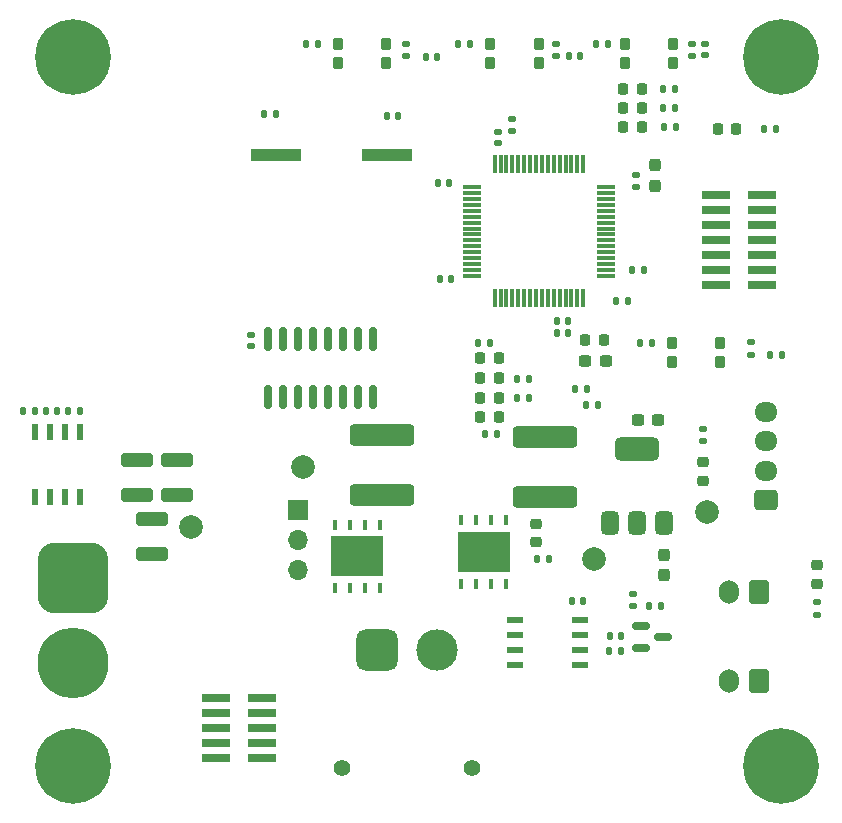
<source format=gbr>
%TF.GenerationSoftware,KiCad,Pcbnew,8.0.7*%
%TF.CreationDate,2025-01-22T21:35:01+01:00*%
%TF.ProjectId,Inverter_KiCAD,496e7665-7274-4657-925f-4b694341442e,rev?*%
%TF.SameCoordinates,Original*%
%TF.FileFunction,Soldermask,Top*%
%TF.FilePolarity,Negative*%
%FSLAX46Y46*%
G04 Gerber Fmt 4.6, Leading zero omitted, Abs format (unit mm)*
G04 Created by KiCad (PCBNEW 8.0.7) date 2025-01-22 21:35:01*
%MOMM*%
%LPD*%
G01*
G04 APERTURE LIST*
G04 Aperture macros list*
%AMRoundRect*
0 Rectangle with rounded corners*
0 $1 Rounding radius*
0 $2 $3 $4 $5 $6 $7 $8 $9 X,Y pos of 4 corners*
0 Add a 4 corners polygon primitive as box body*
4,1,4,$2,$3,$4,$5,$6,$7,$8,$9,$2,$3,0*
0 Add four circle primitives for the rounded corners*
1,1,$1+$1,$2,$3*
1,1,$1+$1,$4,$5*
1,1,$1+$1,$6,$7*
1,1,$1+$1,$8,$9*
0 Add four rect primitives between the rounded corners*
20,1,$1+$1,$2,$3,$4,$5,0*
20,1,$1+$1,$4,$5,$6,$7,0*
20,1,$1+$1,$6,$7,$8,$9,0*
20,1,$1+$1,$8,$9,$2,$3,0*%
G04 Aperture macros list end*
%ADD10R,2.400000X0.740000*%
%ADD11C,1.400000*%
%ADD12RoundRect,0.770000X0.980000X0.980000X-0.980000X0.980000X-0.980000X-0.980000X0.980000X-0.980000X0*%
%ADD13C,3.500000*%
%ADD14RoundRect,0.140000X0.140000X0.170000X-0.140000X0.170000X-0.140000X-0.170000X0.140000X-0.170000X0*%
%ADD15RoundRect,0.135000X-0.135000X-0.185000X0.135000X-0.185000X0.135000X0.185000X-0.135000X0.185000X0*%
%ADD16RoundRect,0.135000X0.135000X0.185000X-0.135000X0.185000X-0.135000X-0.185000X0.135000X-0.185000X0*%
%ADD17RoundRect,0.135000X-0.185000X0.135000X-0.185000X-0.135000X0.185000X-0.135000X0.185000X0.135000X0*%
%ADD18RoundRect,0.218750X0.218750X0.256250X-0.218750X0.256250X-0.218750X-0.256250X0.218750X-0.256250X0*%
%ADD19RoundRect,0.250000X1.100000X-0.325000X1.100000X0.325000X-1.100000X0.325000X-1.100000X-0.325000X0*%
%ADD20RoundRect,0.250000X2.450000X-0.650000X2.450000X0.650000X-2.450000X0.650000X-2.450000X-0.650000X0*%
%ADD21R,1.700000X1.700000*%
%ADD22O,1.700000X1.700000*%
%ADD23R,1.460500X0.508000*%
%ADD24C,0.800000*%
%ADD25C,6.400000*%
%ADD26RoundRect,0.225000X-0.225000X-0.275000X0.225000X-0.275000X0.225000X0.275000X-0.225000X0.275000X0*%
%ADD27RoundRect,0.250000X0.600000X0.750000X-0.600000X0.750000X-0.600000X-0.750000X0.600000X-0.750000X0*%
%ADD28O,1.700000X2.000000*%
%ADD29RoundRect,0.140000X-0.140000X-0.170000X0.140000X-0.170000X0.140000X0.170000X-0.140000X0.170000X0*%
%ADD30RoundRect,0.150000X-0.587500X-0.150000X0.587500X-0.150000X0.587500X0.150000X-0.587500X0.150000X0*%
%ADD31RoundRect,0.237500X-0.237500X0.300000X-0.237500X-0.300000X0.237500X-0.300000X0.237500X0.300000X0*%
%ADD32RoundRect,0.135000X0.185000X-0.135000X0.185000X0.135000X-0.185000X0.135000X-0.185000X-0.135000X0*%
%ADD33RoundRect,0.250000X0.725000X-0.600000X0.725000X0.600000X-0.725000X0.600000X-0.725000X-0.600000X0*%
%ADD34O,1.950000X1.700000*%
%ADD35RoundRect,0.075000X-0.700000X-0.075000X0.700000X-0.075000X0.700000X0.075000X-0.700000X0.075000X0*%
%ADD36RoundRect,0.075000X-0.075000X-0.700000X0.075000X-0.700000X0.075000X0.700000X-0.075000X0.700000X0*%
%ADD37RoundRect,0.375000X0.375000X-0.625000X0.375000X0.625000X-0.375000X0.625000X-0.375000X-0.625000X0*%
%ADD38RoundRect,0.500000X1.400000X-0.500000X1.400000X0.500000X-1.400000X0.500000X-1.400000X-0.500000X0*%
%ADD39RoundRect,0.140000X-0.170000X0.140000X-0.170000X-0.140000X0.170000X-0.140000X0.170000X0.140000X0*%
%ADD40R,0.409999X0.810001*%
%ADD41R,4.460001X3.480001*%
%ADD42C,2.000000*%
%ADD43RoundRect,1.500000X-1.500000X1.500000X-1.500000X-1.500000X1.500000X-1.500000X1.500000X1.500000X0*%
%ADD44C,6.000000*%
%ADD45R,4.318000X1.016000*%
%ADD46R,0.508000X1.460500*%
%ADD47RoundRect,0.150000X0.150000X-0.825000X0.150000X0.825000X-0.150000X0.825000X-0.150000X-0.825000X0*%
%ADD48RoundRect,0.218750X0.256250X-0.218750X0.256250X0.218750X-0.256250X0.218750X-0.256250X-0.218750X0*%
%ADD49RoundRect,0.140000X0.170000X-0.140000X0.170000X0.140000X-0.170000X0.140000X-0.170000X-0.140000X0*%
%ADD50RoundRect,0.237500X-0.300000X-0.237500X0.300000X-0.237500X0.300000X0.237500X-0.300000X0.237500X0*%
%ADD51RoundRect,0.237500X0.237500X-0.300000X0.237500X0.300000X-0.237500X0.300000X-0.237500X-0.300000X0*%
%ADD52RoundRect,0.250000X-1.100000X0.325000X-1.100000X-0.325000X1.100000X-0.325000X1.100000X0.325000X0*%
%ADD53RoundRect,0.218750X-0.256250X0.218750X-0.256250X-0.218750X0.256250X-0.218750X0.256250X0.218750X0*%
G04 APERTURE END LIST*
D10*
%TO.C,J3*%
X161000000Y-144380000D03*
X157100000Y-144380000D03*
X161000000Y-143110000D03*
X157100000Y-143110000D03*
X161000000Y-141840000D03*
X157100000Y-141840000D03*
X161000000Y-140570000D03*
X157100000Y-140570000D03*
X161000000Y-139300000D03*
X157100000Y-139300000D03*
%TD*%
D11*
%TO.C,J1*%
X178800000Y-145200000D03*
X167800000Y-145200000D03*
D12*
X170800000Y-135200000D03*
D13*
X175800000Y-135200000D03*
%TD*%
D14*
%TO.C,C29*%
X186939556Y-108372056D03*
X185979556Y-108372056D03*
%TD*%
D15*
%TO.C,R19*%
X194990000Y-89300000D03*
X196010000Y-89300000D03*
%TD*%
D16*
%TO.C,R23*%
X194007056Y-109197056D03*
X192987056Y-109197056D03*
%TD*%
D15*
%TO.C,R3*%
X187487056Y-113097056D03*
X188507056Y-113097056D03*
%TD*%
D14*
%TO.C,C5*%
X188200000Y-131100000D03*
X187240000Y-131100000D03*
%TD*%
D17*
%TO.C,R22*%
X202447056Y-109177056D03*
X202447056Y-110197056D03*
%TD*%
D18*
%TO.C,L1*%
X189947056Y-108972056D03*
X188372056Y-108972056D03*
%TD*%
D17*
%TO.C,R16*%
X197397056Y-83877056D03*
X197397056Y-84897056D03*
%TD*%
D18*
%TO.C,D5*%
X181087500Y-115500000D03*
X179512500Y-115500000D03*
%TD*%
D15*
%TO.C,R21*%
X203512056Y-91067056D03*
X204532056Y-91067056D03*
%TD*%
D19*
%TO.C,C10*%
X153800000Y-122075000D03*
X153800000Y-119125000D03*
%TD*%
D18*
%TO.C,D4*%
X181087500Y-112200000D03*
X179512500Y-112200000D03*
%TD*%
D20*
%TO.C,C1*%
X185000000Y-122250000D03*
X185000000Y-117150000D03*
%TD*%
D10*
%TO.C,J6*%
X199447056Y-96687056D03*
X203347056Y-96687056D03*
X199447056Y-97957056D03*
X203347056Y-97957056D03*
X199447056Y-99227056D03*
X203347056Y-99227056D03*
X199447056Y-100497056D03*
X203347056Y-100497056D03*
X199447056Y-101767056D03*
X203347056Y-101767056D03*
X199447056Y-103037056D03*
X203347056Y-103037056D03*
X199447056Y-104307056D03*
X203347056Y-104307056D03*
%TD*%
D15*
%TO.C,R20*%
X195090000Y-90900000D03*
X196110000Y-90900000D03*
%TD*%
D20*
%TO.C,C4*%
X171200000Y-122100000D03*
X171200000Y-117000000D03*
%TD*%
D16*
%TO.C,R25*%
X165797056Y-83947056D03*
X164777056Y-83947056D03*
%TD*%
D15*
%TO.C,R4*%
X182590000Y-112300000D03*
X183610000Y-112300000D03*
%TD*%
D21*
%TO.C,J2*%
X164100000Y-123400000D03*
D22*
X164100000Y-125940000D03*
X164100000Y-128480000D03*
%TD*%
D18*
%TO.C,D10*%
X193175000Y-89300000D03*
X191600000Y-89300000D03*
%TD*%
D23*
%TO.C,U3*%
X182472906Y-132692056D03*
X182472906Y-133962056D03*
X182472906Y-135232056D03*
X182472906Y-136502056D03*
X187921206Y-136502056D03*
X187921206Y-135232056D03*
X187921206Y-133962056D03*
X187921206Y-132692056D03*
%TD*%
D24*
%TO.C,H113*%
X142600000Y-85000000D03*
X143302944Y-83302944D03*
X143302944Y-86697056D03*
X145000000Y-82600000D03*
D25*
X145000000Y-85000000D03*
D24*
X145000000Y-87400000D03*
X146697056Y-83302944D03*
X146697056Y-86697056D03*
X147400000Y-85000000D03*
%TD*%
D26*
%TO.C,SW2*%
X191747056Y-83897056D03*
X195847056Y-83897056D03*
X191747056Y-85497056D03*
X195847056Y-85497056D03*
%TD*%
D15*
%TO.C,R18*%
X195000000Y-87700000D03*
X196020000Y-87700000D03*
%TD*%
D18*
%TO.C,D11*%
X193187500Y-90900000D03*
X191612500Y-90900000D03*
%TD*%
D16*
%TO.C,R17*%
X190317056Y-83897056D03*
X189297056Y-83897056D03*
%TD*%
D27*
%TO.C,J4*%
X203097056Y-130322056D03*
D28*
X200597056Y-130322056D03*
%TD*%
D29*
%TO.C,C22*%
X161217056Y-89797056D03*
X162177056Y-89797056D03*
%TD*%
D30*
%TO.C,Q5*%
X193109556Y-133172056D03*
X193109556Y-135072056D03*
X194984556Y-134122056D03*
%TD*%
D31*
%TO.C,C17*%
X195097056Y-127134556D03*
X195097056Y-128859556D03*
%TD*%
D15*
%TO.C,R12*%
X193754556Y-131522056D03*
X194774556Y-131522056D03*
%TD*%
D32*
%TO.C,R15*%
X182197056Y-91307056D03*
X182197056Y-90287056D03*
%TD*%
%TO.C,R10*%
X198400000Y-117510000D03*
X198400000Y-116490000D03*
%TD*%
D15*
%TO.C,R8*%
X182590000Y-113900000D03*
X183610000Y-113900000D03*
%TD*%
D24*
%TO.C,H109*%
X202600000Y-85000000D03*
X203302944Y-83302944D03*
X203302944Y-86697056D03*
X205000000Y-82600000D03*
D25*
X205000000Y-85000000D03*
D24*
X205000000Y-87400000D03*
X206697056Y-83302944D03*
X206697056Y-86697056D03*
X207400000Y-85000000D03*
%TD*%
D33*
%TO.C,J7*%
X203672056Y-122547056D03*
D34*
X203672056Y-120047056D03*
X203672056Y-117547056D03*
X203672056Y-115047056D03*
%TD*%
D16*
%TO.C,R1*%
X180310000Y-109200000D03*
X179290000Y-109200000D03*
%TD*%
D35*
%TO.C,U6*%
X178797056Y-96027056D03*
X178797056Y-96527056D03*
X178797056Y-97027056D03*
X178797056Y-97527056D03*
X178797056Y-98027056D03*
X178797056Y-98527056D03*
X178797056Y-99027056D03*
X178797056Y-99527056D03*
X178797056Y-100027056D03*
X178797056Y-100527056D03*
X178797056Y-101027056D03*
X178797056Y-101527056D03*
X178797056Y-102027056D03*
X178797056Y-102527056D03*
X178797056Y-103027056D03*
X178797056Y-103527056D03*
D36*
X180722056Y-105452056D03*
X181222056Y-105452056D03*
X181722056Y-105452056D03*
X182222056Y-105452056D03*
X182722056Y-105452056D03*
X183222056Y-105452056D03*
X183722056Y-105452056D03*
X184222056Y-105452056D03*
X184722056Y-105452056D03*
X185222056Y-105452056D03*
X185722056Y-105452056D03*
X186222056Y-105452056D03*
X186722056Y-105452056D03*
X187222056Y-105452056D03*
X187722056Y-105452056D03*
X188222056Y-105452056D03*
D35*
X190147056Y-103527056D03*
X190147056Y-103027056D03*
X190147056Y-102527056D03*
X190147056Y-102027056D03*
X190147056Y-101527056D03*
X190147056Y-101027056D03*
X190147056Y-100527056D03*
X190147056Y-100027056D03*
X190147056Y-99527056D03*
X190147056Y-99027056D03*
X190147056Y-98527056D03*
X190147056Y-98027056D03*
X190147056Y-97527056D03*
X190147056Y-97027056D03*
X190147056Y-96527056D03*
X190147056Y-96027056D03*
D36*
X188222056Y-94102056D03*
X187722056Y-94102056D03*
X187222056Y-94102056D03*
X186722056Y-94102056D03*
X186222056Y-94102056D03*
X185722056Y-94102056D03*
X185222056Y-94102056D03*
X184722056Y-94102056D03*
X184222056Y-94102056D03*
X183722056Y-94102056D03*
X183222056Y-94102056D03*
X182722056Y-94102056D03*
X182222056Y-94102056D03*
X181722056Y-94102056D03*
X181222056Y-94102056D03*
X180722056Y-94102056D03*
%TD*%
D37*
%TO.C,U4*%
X190497056Y-124497056D03*
X192797056Y-124497056D03*
D38*
X192797056Y-118197056D03*
D37*
X195097056Y-124497056D03*
%TD*%
D39*
%TO.C,C31*%
X198497056Y-83917056D03*
X198497056Y-84877056D03*
%TD*%
D14*
%TO.C,C24*%
X177057056Y-103797056D03*
X176097056Y-103797056D03*
%TD*%
D26*
%TO.C,SW7*%
X195697056Y-109197056D03*
X199797056Y-109197056D03*
X195697056Y-110797056D03*
X199797056Y-110797056D03*
%TD*%
D24*
%TO.C,H111*%
X202600000Y-145000000D03*
X203302944Y-143302944D03*
X203302944Y-146697056D03*
X205000000Y-142600000D03*
D25*
X205000000Y-145000000D03*
D24*
X205000000Y-147400000D03*
X206697056Y-143302944D03*
X206697056Y-146697056D03*
X207400000Y-145000000D03*
%TD*%
D18*
%TO.C,D1*%
X181087500Y-110500000D03*
X179512500Y-110500000D03*
%TD*%
D26*
%TO.C,SW1*%
X180350000Y-83900000D03*
X184450000Y-83900000D03*
X180350000Y-85500000D03*
X184450000Y-85500000D03*
%TD*%
D40*
%TO.C,U7*%
X181705000Y-124207600D03*
X180435000Y-124207600D03*
X179165000Y-124207600D03*
X177895000Y-124207600D03*
X177895000Y-129592400D03*
X179165000Y-129592400D03*
X180435000Y-129592400D03*
X181705000Y-129592400D03*
D41*
X179800000Y-126900000D03*
%TD*%
D29*
%TO.C,C6*%
X190492906Y-134032056D03*
X191452906Y-134032056D03*
%TD*%
%TO.C,C14*%
X142720000Y-115000000D03*
X143680000Y-115000000D03*
%TD*%
D26*
%TO.C,SW8*%
X167447056Y-83897056D03*
X171547056Y-83897056D03*
X167447056Y-85497056D03*
X171547056Y-85497056D03*
%TD*%
D42*
%TO.C,TP2*%
X164500000Y-119700000D03*
%TD*%
D43*
%TO.C,BT1*%
X145000000Y-129150000D03*
D44*
X145000000Y-136350000D03*
%TD*%
D14*
%TO.C,C26*%
X186939556Y-107372056D03*
X185979556Y-107372056D03*
%TD*%
D15*
%TO.C,R6*%
X184290000Y-127500000D03*
X185310000Y-127500000D03*
%TD*%
%TO.C,R5*%
X188487056Y-114497056D03*
X189507056Y-114497056D03*
%TD*%
D18*
%TO.C,D7*%
X181087500Y-113900000D03*
X179512500Y-113900000D03*
%TD*%
D19*
%TO.C,C9*%
X150400000Y-122075000D03*
X150400000Y-119125000D03*
%TD*%
D14*
%TO.C,C20*%
X187980000Y-84900000D03*
X187020000Y-84900000D03*
%TD*%
D32*
%TO.C,R11*%
X192397056Y-131497056D03*
X192397056Y-130477056D03*
%TD*%
D45*
%TO.C,Y1*%
X162198056Y-93297056D03*
X171596056Y-93297056D03*
%TD*%
D40*
%TO.C,U8*%
X171002056Y-124597056D03*
X169732056Y-124597056D03*
X168462056Y-124597056D03*
X167192056Y-124597056D03*
X167192056Y-129981856D03*
X168462056Y-129981856D03*
X169732056Y-129981856D03*
X171002056Y-129981856D03*
D41*
X169097056Y-127289456D03*
%TD*%
D46*
%TO.C,U2*%
X141795000Y-122224150D03*
X143065000Y-122224150D03*
X144335000Y-122224150D03*
X145605000Y-122224150D03*
X145605000Y-116775850D03*
X144335000Y-116775850D03*
X143065000Y-116775850D03*
X141795000Y-116775850D03*
%TD*%
D27*
%TO.C,J5*%
X203097056Y-137822056D03*
D28*
X200597056Y-137822056D03*
%TD*%
D14*
%TO.C,C39*%
X175877056Y-84997056D03*
X174917056Y-84997056D03*
%TD*%
D42*
%TO.C,TP4*%
X198700000Y-123500000D03*
%TD*%
D47*
%TO.C,U5*%
X161490000Y-113800000D03*
X162760000Y-113800000D03*
X164030000Y-113800000D03*
X165300000Y-113800000D03*
X166570000Y-113800000D03*
X167840000Y-113800000D03*
X169110000Y-113800000D03*
X170380000Y-113800000D03*
X170380000Y-108850000D03*
X169110000Y-108850000D03*
X167840000Y-108850000D03*
X166570000Y-108850000D03*
X165300000Y-108850000D03*
X164030000Y-108850000D03*
X162760000Y-108850000D03*
X161490000Y-108850000D03*
%TD*%
D42*
%TO.C,TP3*%
X189100000Y-127500000D03*
%TD*%
D48*
%TO.C,D6*%
X208000000Y-129587500D03*
X208000000Y-128012500D03*
%TD*%
D14*
%TO.C,C38*%
X205027056Y-110197056D03*
X204067056Y-110197056D03*
%TD*%
D49*
%TO.C,C30*%
X192697056Y-95977056D03*
X192697056Y-95017056D03*
%TD*%
D48*
%TO.C,D3*%
X184200000Y-124512500D03*
X184200000Y-126087500D03*
%TD*%
D39*
%TO.C,C19*%
X160100000Y-108520000D03*
X160100000Y-109480000D03*
%TD*%
D16*
%TO.C,R7*%
X180910000Y-116900000D03*
X179890000Y-116900000D03*
%TD*%
D14*
%TO.C,C21*%
X172577056Y-89997056D03*
X171617056Y-89997056D03*
%TD*%
D24*
%TO.C,H114*%
X142600000Y-145000000D03*
X143302944Y-143302944D03*
X143302944Y-146697056D03*
X145000000Y-142600000D03*
D25*
X145000000Y-145000000D03*
D24*
X145000000Y-147400000D03*
X146697056Y-143302944D03*
X146697056Y-146697056D03*
X147400000Y-145000000D03*
%TD*%
D14*
%TO.C,C28*%
X176877056Y-95697056D03*
X175917056Y-95697056D03*
%TD*%
D18*
%TO.C,D9*%
X193187500Y-87700000D03*
X191612500Y-87700000D03*
%TD*%
D49*
%TO.C,C32*%
X180997056Y-92277056D03*
X180997056Y-91317056D03*
%TD*%
D29*
%TO.C,C27*%
X191017056Y-105697056D03*
X191977056Y-105697056D03*
%TD*%
D18*
%TO.C,D12*%
X201174556Y-91097056D03*
X199599556Y-91097056D03*
%TD*%
D29*
%TO.C,C15*%
X144620000Y-115000000D03*
X145580000Y-115000000D03*
%TD*%
D42*
%TO.C,TP1*%
X155000000Y-124800000D03*
%TD*%
D29*
%TO.C,C16*%
X192367056Y-103047056D03*
X193327056Y-103047056D03*
%TD*%
D17*
%TO.C,R9*%
X208000000Y-131190000D03*
X208000000Y-132210000D03*
%TD*%
D29*
%TO.C,C7*%
X190437056Y-135297056D03*
X191397056Y-135297056D03*
%TD*%
D50*
%TO.C,C18*%
X192834556Y-115747056D03*
X194559556Y-115747056D03*
%TD*%
D51*
%TO.C,C23*%
X194297056Y-95897056D03*
X194297056Y-94172056D03*
%TD*%
D52*
%TO.C,C8*%
X151700000Y-124125000D03*
X151700000Y-127075000D03*
%TD*%
D17*
%TO.C,R13*%
X185900000Y-83890000D03*
X185900000Y-84910000D03*
%TD*%
%TO.C,R24*%
X173197056Y-83937056D03*
X173197056Y-84957056D03*
%TD*%
D53*
%TO.C,D8*%
X198400000Y-119312500D03*
X198400000Y-120887500D03*
%TD*%
D14*
%TO.C,C13*%
X141780000Y-115000000D03*
X140820000Y-115000000D03*
%TD*%
D50*
%TO.C,C25*%
X188397056Y-110772056D03*
X190122056Y-110772056D03*
%TD*%
D16*
%TO.C,R14*%
X177590000Y-83900000D03*
X178610000Y-83900000D03*
%TD*%
M02*

</source>
